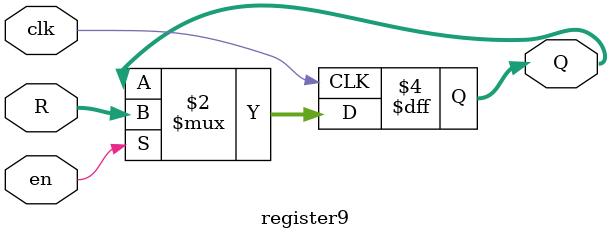
<source format=sv>
module register9(
input clk, en,
input [8:0] R,
output [8:0] Q
);
always@(posedge clk) begin
	if (en) 
		Q <= R;
	else
		;
end
endmodule
</source>
